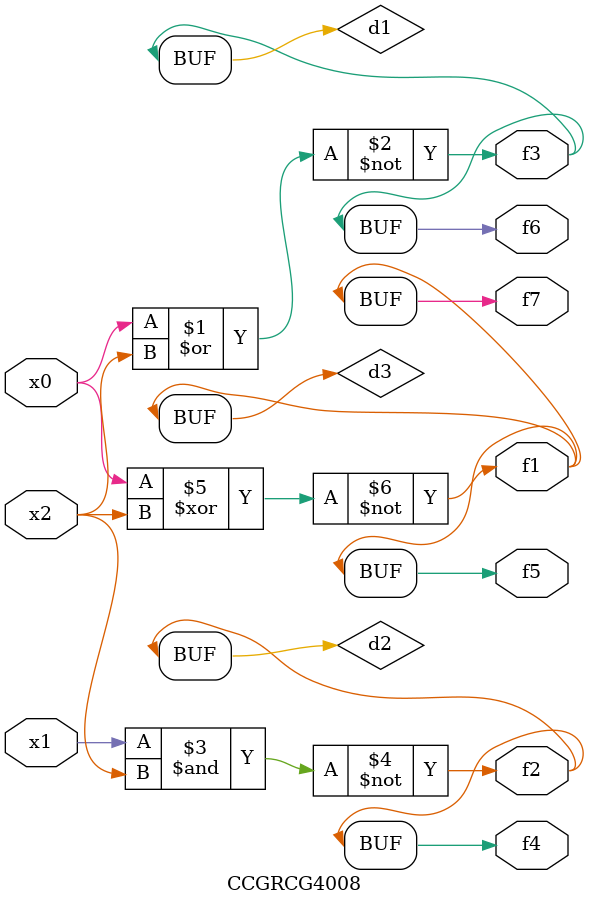
<source format=v>
module CCGRCG4008(
	input x0, x1, x2,
	output f1, f2, f3, f4, f5, f6, f7
);

	wire d1, d2, d3;

	nor (d1, x0, x2);
	nand (d2, x1, x2);
	xnor (d3, x0, x2);
	assign f1 = d3;
	assign f2 = d2;
	assign f3 = d1;
	assign f4 = d2;
	assign f5 = d3;
	assign f6 = d1;
	assign f7 = d3;
endmodule

</source>
